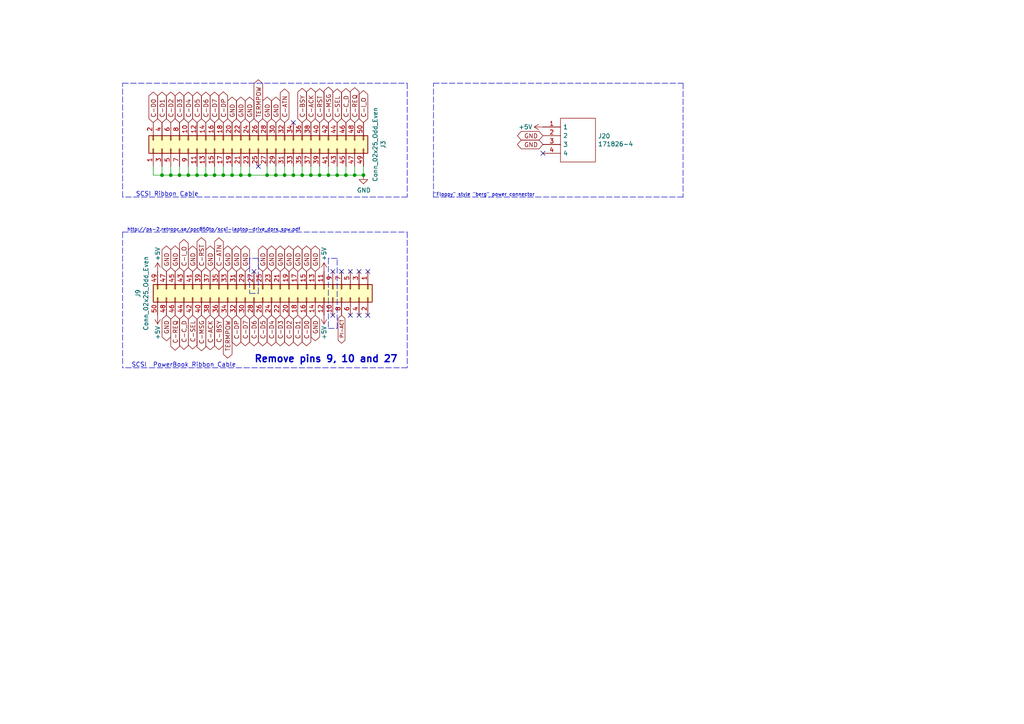
<source format=kicad_sch>
(kicad_sch (version 20211123) (generator eeschema)
  (paper "A4")
  (lib_symbols
    (symbol "Connector_Generic:Conn_02x25_Odd_Even" (pin_names (offset 1.016) hide)
      (property "Reference" "J" (at 1.27 33.02 0))
      (property "Value" "Conn_02x25_Odd_Even" (at 1.27 -33.02 0))
      (symbol "Conn_02x25_Odd_Even_1_1"
        (rectangle (start -1.27 -30.353) (end 0 -30.607) (stroke (width 0.1524)))
        (rectangle (start -1.27 -27.813) (end 0 -28.067) (stroke (width 0.1524)))
        (rectangle (start -1.27 -25.273) (end 0 -25.527) (stroke (width 0.1524)))
        (rectangle (start -1.27 -22.733) (end 0 -22.987) (stroke (width 0.1524)))
        (rectangle (start -1.27 -20.193) (end 0 -20.447) (stroke (width 0.1524)))
        (rectangle (start -1.27 -17.653) (end 0 -17.907) (stroke (width 0.1524)))
        (rectangle (start -1.27 -15.113) (end 0 -15.367) (stroke (width 0.1524)))
        (rectangle (start -1.27 -12.573) (end 0 -12.827) (stroke (width 0.1524)))
        (rectangle (start -1.27 -10.033) (end 0 -10.287) (stroke (width 0.1524)))
        (rectangle (start -1.27 -7.493) (end 0 -7.747) (stroke (width 0.1524)))
        (rectangle (start -1.27 -4.953) (end 0 -5.207) (stroke (width 0.1524)))
        (rectangle (start -1.27 -2.413) (end 0 -2.667) (stroke (width 0.1524)))
        (rectangle (start -1.27 0.127) (end 0 -0.127) (stroke (width 0.1524)))
        (rectangle (start -1.27 2.667) (end 0 2.413) (stroke (width 0.1524)))
        (rectangle (start -1.27 5.207) (end 0 4.953) (stroke (width 0.1524)))
        (rectangle (start -1.27 7.747) (end 0 7.493) (stroke (width 0.1524)))
        (rectangle (start -1.27 10.287) (end 0 10.033) (stroke (width 0.1524)))
        (rectangle (start -1.27 12.827) (end 0 12.573) (stroke (width 0.1524)))
        (rectangle (start -1.27 15.367) (end 0 15.113) (stroke (width 0.1524)))
        (rectangle (start -1.27 17.907) (end 0 17.653) (stroke (width 0.1524)))
        (rectangle (start -1.27 20.447) (end 0 20.193) (stroke (width 0.1524)))
        (rectangle (start -1.27 22.987) (end 0 22.733) (stroke (width 0.1524)))
        (rectangle (start -1.27 25.527) (end 0 25.273) (stroke (width 0.1524)))
        (rectangle (start -1.27 28.067) (end 0 27.813) (stroke (width 0.1524)))
        (rectangle (start -1.27 30.607) (end 0 30.353) (stroke (width 0.1524)))
        (rectangle (start -1.27 31.75) (end 3.81 -31.75) (stroke (width 0.254)) (fill (type background)))
        (rectangle (start 3.81 -30.353) (end 2.54 -30.607) (stroke (width 0.1524)))
        (rectangle (start 3.81 -27.813) (end 2.54 -28.067) (stroke (width 0.1524)))
        (rectangle (start 3.81 -25.273) (end 2.54 -25.527) (stroke (width 0.1524)))
        (rectangle (start 3.81 -22.733) (end 2.54 -22.987) (stroke (width 0.1524)))
        (rectangle (start 3.81 -20.193) (end 2.54 -20.447) (stroke (width 0.1524)))
        (rectangle (start 3.81 -17.653) (end 2.54 -17.907) (stroke (width 0.1524)))
        (rectangle (start 3.81 -15.113) (end 2.54 -15.367) (stroke (width 0.1524)))
        (rectangle (start 3.81 -12.573) (end 2.54 -12.827) (stroke (width 0.1524)))
        (rectangle (start 3.81 -10.033) (end 2.54 -10.287) (stroke (width 0.1524)))
        (rectangle (start 3.81 -7.493) (end 2.54 -7.747) (stroke (width 0.1524)))
        (rectangle (start 3.81 -4.953) (end 2.54 -5.207) (stroke (width 0.1524)))
        (rectangle (start 3.81 -2.413) (end 2.54 -2.667) (stroke (width 0.1524)))
        (rectangle (start 3.81 0.127) (end 2.54 -0.127) (stroke (width 0.1524)))
        (rectangle (start 3.81 2.667) (end 2.54 2.413) (stroke (width 0.1524)))
        (rectangle (start 3.81 5.207) (end 2.54 4.953) (stroke (width 0.1524)))
        (rectangle (start 3.81 7.747) (end 2.54 7.493) (stroke (width 0.1524)))
        (rectangle (start 3.81 10.287) (end 2.54 10.033) (stroke (width 0.1524)))
        (rectangle (start 3.81 12.827) (end 2.54 12.573) (stroke (width 0.1524)))
        (rectangle (start 3.81 15.367) (end 2.54 15.113) (stroke (width 0.1524)))
        (rectangle (start 3.81 17.907) (end 2.54 17.653) (stroke (width 0.1524)))
        (rectangle (start 3.81 20.447) (end 2.54 20.193) (stroke (width 0.1524)))
        (rectangle (start 3.81 22.987) (end 2.54 22.733) (stroke (width 0.1524)))
        (rectangle (start 3.81 25.527) (end 2.54 25.273) (stroke (width 0.1524)))
        (rectangle (start 3.81 28.067) (end 2.54 27.813) (stroke (width 0.1524)))
        (rectangle (start 3.81 30.607) (end 2.54 30.353) (stroke (width 0.1524)))
        (pin passive line (at -5.08 30.48 0) (length 3.81) (name "Pin_1") (number "1"))
        (pin passive line (at 7.62 20.32 180) (length 3.81) (name "Pin_10") (number "10"))
        (pin passive line (at -5.08 17.78 0) (length 3.81) (name "Pin_11") (number "11"))
        (pin passive line (at 7.62 17.78 180) (length 3.81) (name "Pin_12") (number "12"))
        (pin passive line (at -5.08 15.24 0) (length 3.81) (name "Pin_13") (number "13"))
        (pin passive line (at 7.62 15.24 180) (length 3.81) (name "Pin_14") (number "14"))
        (pin passive line (at -5.08 12.7 0) (length 3.81) (name "Pin_15") (number "15"))
        (pin passive line (at 7.62 12.7 180) (length 3.81) (name "Pin_16") (number "16"))
        (pin passive line (at -5.08 10.16 0) (length 3.81) (name "Pin_17") (number "17"))
        (pin passive line (at 7.62 10.16 180) (length 3.81) (name "Pin_18") (number "18"))
        (pin passive line (at -5.08 7.62 0) (length 3.81) (name "Pin_19") (number "19"))
        (pin passive line (at 7.62 30.48 180) (length 3.81) (name "Pin_2") (number "2"))
        (pin passive line (at 7.62 7.62 180) (length 3.81) (name "Pin_20") (number "20"))
        (pin passive line (at -5.08 5.08 0) (length 3.81) (name "Pin_21") (number "21"))
        (pin passive line (at 7.62 5.08 180) (length 3.81) (name "Pin_22") (number "22"))
        (pin passive line (at -5.08 2.54 0) (length 3.81) (name "Pin_23") (number "23"))
        (pin passive line (at 7.62 2.54 180) (length 3.81) (name "Pin_24") (number "24"))
        (pin passive line (at -5.08 0 0) (length 3.81) (name "Pin_25") (number "25"))
        (pin passive line (at 7.62 0 180) (length 3.81) (name "Pin_26") (number "26"))
        (pin passive line (at -5.08 -2.54 0) (length 3.81) (name "Pin_27") (number "27"))
        (pin passive line (at 7.62 -2.54 180) (length 3.81) (name "Pin_28") (number "28"))
        (pin passive line (at -5.08 -5.08 0) (length 3.81) (name "Pin_29") (number "29"))
        (pin passive line (at -5.08 27.94 0) (length 3.81) (name "Pin_3") (number "3"))
        (pin passive line (at 7.62 -5.08 180) (length 3.81) (name "Pin_30") (number "30"))
        (pin passive line (at -5.08 -7.62 0) (length 3.81) (name "Pin_31") (number "31"))
        (pin passive line (at 7.62 -7.62 180) (length 3.81) (name "Pin_32") (number "32"))
        (pin passive line (at -5.08 -10.16 0) (length 3.81) (name "Pin_33") (number "33"))
        (pin passive line (at 7.62 -10.16 180) (length 3.81) (name "Pin_34") (number "34"))
        (pin passive line (at -5.08 -12.7 0) (length 3.81) (name "Pin_35") (number "35"))
        (pin passive line (at 7.62 -12.7 180) (length 3.81) (name "Pin_36") (number "36"))
        (pin passive line (at -5.08 -15.24 0) (length 3.81) (name "Pin_37") (number "37"))
        (pin passive line (at 7.62 -15.24 180) (length 3.81) (name "Pin_38") (number "38"))
        (pin passive line (at -5.08 -17.78 0) (length 3.81) (name "Pin_39") (number "39"))
        (pin passive line (at 7.62 27.94 180) (length 3.81) (name "Pin_4") (number "4"))
        (pin passive line (at 7.62 -17.78 180) (length 3.81) (name "Pin_40") (number "40"))
        (pin passive line (at -5.08 -20.32 0) (length 3.81) (name "Pin_41") (number "41"))
        (pin passive line (at 7.62 -20.32 180) (length 3.81) (name "Pin_42") (number "42"))
        (pin passive line (at -5.08 -22.86 0) (length 3.81) (name "Pin_43") (number "43"))
        (pin passive line (at 7.62 -22.86 180) (length 3.81) (name "Pin_44") (number "44"))
        (pin passive line (at -5.08 -25.4 0) (length 3.81) (name "Pin_45") (number "45"))
        (pin passive line (at 7.62 -25.4 180) (length 3.81) (name "Pin_46") (number "46"))
        (pin passive line (at -5.08 -27.94 0) (length 3.81) (name "Pin_47") (number "47"))
        (pin passive line (at 7.62 -27.94 180) (length 3.81) (name "Pin_48") (number "48"))
        (pin passive line (at -5.08 -30.48 0) (length 3.81) (name "Pin_49") (number "49"))
        (pin passive line (at -5.08 25.4 0) (length 3.81) (name "Pin_5") (number "5"))
        (pin passive line (at 7.62 -30.48 180) (length 3.81) (name "Pin_50") (number "50"))
        (pin passive line (at 7.62 25.4 180) (length 3.81) (name "Pin_6") (number "6"))
        (pin passive line (at -5.08 22.86 0) (length 3.81) (name "Pin_7") (number "7"))
        (pin passive line (at 7.62 22.86 180) (length 3.81) (name "Pin_8") (number "8"))
        (pin passive line (at -5.08 20.32 0) (length 3.81) (name "Pin_9") (number "9"))
      )
    )
    (symbol "SamacSys_Parts:171826-4" (pin_names (offset 0.762))
      (property "Reference" "J" (at 16.51 7.62 0))
      (property "Value" "171826-4" (at 16.51 5.08 0))
      (symbol "171826-4_0_0"
        (pin passive line (at 0 0 0) (length 5.08) (name "1") (number "1"))
        (pin passive line (at 0 -2.54 0) (length 5.08) (name "2") (number "2"))
        (pin passive line (at 0 -5.08 0) (length 5.08) (name "3") (number "3"))
        (pin passive line (at 0 -7.62 0) (length 5.08) (name "4") (number "4"))
      )
      (symbol "171826-4_0_1"
        (polyline (pts (xy 5.08 2.54) (xy 15.24 2.54) (xy 15.24 -10.16) (xy 5.08 -10.16) (xy 5.08 2.54)) (stroke (width 0.1524)))
      )
    )
    (symbol "power:+5V" (power) (pin_names (offset 0))
      (property "Value" "+5V" (at 0 3.556 0))
      (symbol "+5V_0_1"
        (polyline (pts (xy -0.762 1.27) (xy 0 2.54)))
        (polyline (pts (xy 0 0) (xy 0 2.54)))
        (polyline (pts (xy 0 2.54) (xy 0.762 1.27)))
      )
      (symbol "+5V_1_1"
        (pin power_in line (at 0 0 90) (length 0) hide (name "+5V") (number "1"))
      )
    )
    (symbol "power:GND" (power) (pin_names (offset 0))
      (property "Value" "GND" (at 0 -3.81 0))
      (symbol "GND_0_1"
        (polyline (pts (xy 0 0) (xy 0 -1.27) (xy 1.27 -1.27) (xy 0 -2.54) (xy -1.27 -1.27) (xy 0 -1.27)))
      )
      (symbol "GND_1_1"
        (pin power_in line (at 0 0 270) (length 0) hide (name "GND") (number "1"))
      )
    )
  )
  (junction (at 100.33 50.8))
  (junction (at 77.47 50.8))
  (junction (at 64.77 50.8))
  (junction (at 97.79 50.8))
  (junction (at 72.39 50.8))
  (junction (at 85.09 50.8))
  (junction (at 69.85 50.8))
  (junction (at 59.69 50.8))
  (junction (at 102.87 50.8))
  (junction (at 82.55 50.8))
  (junction (at 67.31 50.8))
  (junction (at 95.25 50.8))
  (junction (at 62.23 50.8))
  (junction (at 80.01 50.8))
  (junction (at 46.99 50.8))
  (junction (at 87.63 50.8))
  (junction (at 90.17 50.8))
  (junction (at 57.15 50.8))
  (junction (at 49.53 50.8))
  (junction (at 52.07 50.8))
  (junction (at 105.41 50.8))
  (junction (at 92.71 50.8))
  (junction (at 54.61 50.8))
  (no_connect (at 74.93 48.26))
  (no_connect (at 73.66 78.74))
  (no_connect (at 106.68 91.44))
  (no_connect (at 96.52 78.74))
  (no_connect (at 104.14 78.74))
  (no_connect (at 85.09 35.56))
  (no_connect (at 104.14 91.44))
  (no_connect (at 106.68 78.74))
  (no_connect (at 96.52 91.44))
  (no_connect (at 157.48 44.45))
  (no_connect (at 101.6 78.74))
  (no_connect (at 99.06 78.74))
  (no_connect (at 101.6 91.44))
  (wire (pts (xy 87.63 50.8) (xy 87.63 48.26)))
  (wire (pts (xy 77.47 50.8) (xy 80.01 50.8)))
  (polyline (pts (xy 74.93 85.09) (xy 74.93 74.93)))
  (wire (pts (xy 95.25 50.8) (xy 97.79 50.8)))
  (wire (pts (xy 49.53 50.8) (xy 49.53 48.26)))
  (polyline (pts (xy 35.56 67.31) (xy 35.56 106.68)))
  (polyline (pts (xy 35.56 24.13) (xy 118.11 24.13)))
  (polyline (pts (xy 97.79 74.93) (xy 95.25 74.93)))
  (wire (pts (xy 59.69 50.8) (xy 62.23 50.8)))
  (polyline (pts (xy 97.79 95.25) (xy 97.79 74.93)))
  (wire (pts (xy 100.33 50.8) (xy 100.33 48.26)))
  (wire (pts (xy 44.45 50.8) (xy 46.99 50.8)))
  (polyline (pts (xy 35.56 57.15) (xy 35.56 24.13)))
  (wire (pts (xy 97.79 50.8) (xy 97.79 48.26)))
  (wire (pts (xy 52.07 50.8) (xy 52.07 48.26)))
  (wire (pts (xy 92.71 50.8) (xy 92.71 48.26)))
  (wire (pts (xy 87.63 50.8) (xy 90.17 50.8)))
  (polyline (pts (xy 198.12 57.15) (xy 125.73 57.15)))
  (wire (pts (xy 44.45 50.8) (xy 44.45 48.26)))
  (wire (pts (xy 77.47 50.8) (xy 77.47 48.26)))
  (wire (pts (xy 80.01 50.8) (xy 82.55 50.8)))
  (wire (pts (xy 49.53 50.8) (xy 52.07 50.8)))
  (wire (pts (xy 52.07 50.8) (xy 54.61 50.8)))
  (wire (pts (xy 90.17 50.8) (xy 92.71 50.8)))
  (wire (pts (xy 62.23 50.8) (xy 62.23 48.26)))
  (wire (pts (xy 72.39 50.8) (xy 77.47 50.8)))
  (wire (pts (xy 82.55 50.8) (xy 82.55 48.26)))
  (wire (pts (xy 80.01 50.8) (xy 80.01 48.26)))
  (polyline (pts (xy 72.39 85.09) (xy 74.93 85.09)))
  (wire (pts (xy 97.79 50.8) (xy 100.33 50.8)))
  (wire (pts (xy 102.87 50.8) (xy 102.87 48.26)))
  (wire (pts (xy 82.55 50.8) (xy 85.09 50.8)))
  (wire (pts (xy 46.99 50.8) (xy 49.53 50.8)))
  (wire (pts (xy 100.33 50.8) (xy 102.87 50.8)))
  (polyline (pts (xy 95.25 74.93) (xy 95.25 95.25)))
  (wire (pts (xy 105.41 50.8) (xy 105.41 48.26)))
  (wire (pts (xy 67.31 50.8) (xy 67.31 48.26)))
  (wire (pts (xy 57.15 50.8) (xy 57.15 48.26)))
  (wire (pts (xy 64.77 50.8) (xy 67.31 50.8)))
  (polyline (pts (xy 74.93 74.93) (xy 72.39 74.93)))
  (wire (pts (xy 85.09 50.8) (xy 85.09 48.26)))
  (wire (pts (xy 69.85 50.8) (xy 69.85 48.26)))
  (polyline (pts (xy 118.11 106.68) (xy 35.56 106.68)))
  (polyline (pts (xy 125.73 24.13) (xy 198.12 24.13)))
  (wire (pts (xy 85.09 50.8) (xy 87.63 50.8)))
  (wire (pts (xy 95.25 50.8) (xy 95.25 48.26)))
  (wire (pts (xy 102.87 50.8) (xy 105.41 50.8)))
  (polyline (pts (xy 95.25 95.25) (xy 97.79 95.25)))
  (wire (pts (xy 57.15 50.8) (xy 59.69 50.8)))
  (wire (pts (xy 72.39 50.8) (xy 72.39 48.26)))
  (wire (pts (xy 67.31 50.8) (xy 69.85 50.8)))
  (wire (pts (xy 64.77 50.8) (xy 64.77 48.26)))
  (polyline (pts (xy 118.11 24.13) (xy 118.11 57.15)))
  (polyline (pts (xy 125.73 57.15) (xy 125.73 24.13)))
  (polyline (pts (xy 118.11 57.15) (xy 35.56 57.15)))
  (wire (pts (xy 59.69 50.8) (xy 59.69 48.26)))
  (wire (pts (xy 54.61 50.8) (xy 57.15 50.8)))
  (polyline (pts (xy 118.11 67.31) (xy 118.11 106.68)))
  (wire (pts (xy 46.99 50.8) (xy 46.99 48.26)))
  (wire (pts (xy 62.23 50.8) (xy 64.77 50.8)))
  (wire (pts (xy 90.17 50.8) (xy 90.17 48.26)))
  (polyline (pts (xy 198.12 24.13) (xy 198.12 57.15)))
  (polyline (pts (xy 72.39 74.93) (xy 72.39 85.09)))
  (wire (pts (xy 92.71 50.8) (xy 95.25 50.8)))
  (wire (pts (xy 54.61 50.8) (xy 54.61 48.26)))
  (polyline (pts (xy 35.56 67.31) (xy 118.11 67.31)))
  (wire (pts (xy 69.85 50.8) (xy 72.39 50.8)))
  (text "Remove pins 9, 10 and 27" (at 73.66 105.41 0) (effects (font (size 2.0066 2.0066) (thickness 0.4013) bold) (justify left bottom)))
  (text "SCSI Ribbon Cable" (at 39.37 57.15 0) (effects (font (size 1.27 1.27)) (justify left bottom)))
  (text "\"Floppy\" style \"berg\" power connector" (at 125.73 57.15 0) (effects (font (size 0.9906 0.9906)) (justify left bottom)))
  (text "http://ps-2.retropc.se/ppc850tp/scsi-laptop-drive_dprs_spw.pdf" (at 36.83 67.31 0) (effects (font (size 0.9906 0.9906)) (justify left bottom)))
  (text "SCSI  PowerBook Ribbon Cable" (at 38.1 106.68 0) (effects (font (size 1.27 1.27)) (justify left bottom)))
  (global_label "GND" (shape bidirectional) (at 80.01 35.56 90) (property "Intersheet References" "${INTERSHEET_REFS}" (effects hide)))
  (global_label "C-REQ" (shape bidirectional) (at 50.8 91.44 270) (property "Intersheet References" "${INTERSHEET_REFS}" (effects hide)))
  (global_label "GND" (shape bidirectional) (at 48.26 78.74 90) (property "Intersheet References" "${INTERSHEET_REFS}" (effects hide)))
  (global_label "GND" (shape bidirectional) (at 83.82 78.74 90) (property "Intersheet References" "${INTERSHEET_REFS}" (effects hide)))
  (global_label "C-D3" (shape bidirectional) (at 52.07 35.56 90) (property "Intersheet References" "${INTERSHEET_REFS}" (effects hide)))
  (global_label "GND" (shape bidirectional) (at 91.44 78.74 90) (property "Intersheet References" "${INTERSHEET_REFS}" (effects hide)))
  (global_label "C-SEL" (shape bidirectional) (at 97.79 35.56 90) (property "Intersheet References" "${INTERSHEET_REFS}" (effects hide)))
  (global_label "C-I_O" (shape bidirectional) (at 105.41 35.56 90) (property "Intersheet References" "${INTERSHEET_REFS}" (effects hide)))
  (global_label "TERMPOW" (shape bidirectional) (at 74.93 35.56 90) (property "Intersheet References" "${INTERSHEET_REFS}" (effects hide)))
  (global_label "C-D0" (shape bidirectional) (at 44.45 35.56 90) (property "Intersheet References" "${INTERSHEET_REFS}" (effects hide)))
  (global_label "C-ATN" (shape bidirectional) (at 63.5 78.74 90) (property "Intersheet References" "${INTERSHEET_REFS}" (effects hide)))
  (global_label "C-D4" (shape bidirectional) (at 78.74 91.44 270) (property "Intersheet References" "${INTERSHEET_REFS}" (effects hide)))
  (global_label "C-D4" (shape bidirectional) (at 54.61 35.56 90) (property "Intersheet References" "${INTERSHEET_REFS}" (effects hide)))
  (global_label "TERMPOW" (shape bidirectional) (at 66.04 91.44 270) (property "Intersheet References" "${INTERSHEET_REFS}" (effects hide)))
  (global_label "C-C_D" (shape bidirectional) (at 53.34 91.44 270) (property "Intersheet References" "${INTERSHEET_REFS}" (effects hide)))
  (global_label "C-D6" (shape bidirectional) (at 59.69 35.56 90) (property "Intersheet References" "${INTERSHEET_REFS}" (effects hide)))
  (global_label "GND" (shape bidirectional) (at 157.48 39.37 180) (property "Intersheet References" "${INTERSHEET_REFS}" (effects hide)))
  (global_label "C-MSG" (shape bidirectional) (at 58.42 91.44 270) (property "Intersheet References" "${INTERSHEET_REFS}" (effects hide)))
  (global_label "GND" (shape bidirectional) (at 72.39 35.56 90) (property "Intersheet References" "${INTERSHEET_REFS}" (effects hide)))
  (global_label "C-D6" (shape bidirectional) (at 73.66 91.44 270) (property "Intersheet References" "${INTERSHEET_REFS}" (effects hide)))
  (global_label "GND" (shape bidirectional) (at 78.74 78.74 90) (property "Intersheet References" "${INTERSHEET_REFS}" (effects hide)))
  (global_label "GND" (shape bidirectional) (at 60.96 78.74 90) (property "Intersheet References" "${INTERSHEET_REFS}" (effects hide)))
  (global_label "C-D1" (shape bidirectional) (at 46.99 35.56 90) (property "Intersheet References" "${INTERSHEET_REFS}" (effects hide)))
  (global_label "GND" (shape bidirectional) (at 66.04 78.74 90) (property "Intersheet References" "${INTERSHEET_REFS}" (effects hide)))
  (global_label "GND" (shape bidirectional) (at 86.36 78.74 90) (property "Intersheet References" "${INTERSHEET_REFS}" (effects hide)))
  (global_label "C-DP" (shape bidirectional) (at 68.58 91.44 270) (property "Intersheet References" "${INTERSHEET_REFS}" (effects hide)))
  (global_label "C-ACK" (shape bidirectional) (at 60.96 91.44 270) (property "Intersheet References" "${INTERSHEET_REFS}" (effects hide)))
  (global_label "C-BSY" (shape bidirectional) (at 87.63 35.56 90) (property "Intersheet References" "${INTERSHEET_REFS}" (effects hide)))
  (global_label "GND" (shape bidirectional) (at 50.8 78.74 90) (property "Intersheet References" "${INTERSHEET_REFS}" (effects hide)))
  (global_label "C-RST" (shape bidirectional) (at 58.42 78.74 90) (property "Intersheet References" "${INTERSHEET_REFS}" (effects hide)))
  (global_label "C-I_O" (shape bidirectional) (at 53.34 78.74 90) (property "Intersheet References" "${INTERSHEET_REFS}" (effects hide)))
  (global_label "C-SEL" (shape bidirectional) (at 55.88 91.44 270) (property "Intersheet References" "${INTERSHEET_REFS}" (effects hide)))
  (global_label "C-ATN" (shape bidirectional) (at 82.55 35.56 90) (property "Intersheet References" "${INTERSHEET_REFS}" (effects hide)))
  (global_label "C-D1" (shape bidirectional) (at 86.36 91.44 270) (property "Intersheet References" "${INTERSHEET_REFS}" (effects hide)))
  (global_label "C-ACK" (shape bidirectional) (at 90.17 35.56 90) (property "Intersheet References" "${INTERSHEET_REFS}" (effects hide)))
  (global_label "C-DP" (shape bidirectional) (at 64.77 35.56 90) (property "Intersheet References" "${INTERSHEET_REFS}" (effects hide)))
  (global_label "GND" (shape bidirectional) (at 77.47 35.56 90) (property "Intersheet References" "${INTERSHEET_REFS}" (effects hide)))
  (global_label "C-RST" (shape bidirectional) (at 92.71 35.56 90) (property "Intersheet References" "${INTERSHEET_REFS}" (effects hide)))
  (global_label "C-D7" (shape bidirectional) (at 62.23 35.56 90) (property "Intersheet References" "${INTERSHEET_REFS}" (effects hide)))
  (global_label "C-REQ" (shape bidirectional) (at 102.87 35.56 90) (property "Intersheet References" "${INTERSHEET_REFS}" (effects hide)))
  (global_label "C-D5" (shape bidirectional) (at 76.2 91.44 270) (property "Intersheet References" "${INTERSHEET_REFS}" (effects hide)))
  (global_label "C-C_D" (shape bidirectional) (at 100.33 35.56 90) (property "Intersheet References" "${INTERSHEET_REFS}" (effects hide)))
  (global_label "C-BSY" (shape bidirectional) (at 63.5 91.44 270) (property "Intersheet References" "${INTERSHEET_REFS}" (effects hide)))
  (global_label "C-D2" (shape bidirectional) (at 83.82 91.44 270) (property "Intersheet References" "${INTERSHEET_REFS}" (effects hide)))
  (global_label "GND" (shape bidirectional) (at 69.85 35.56 90) (property "Intersheet References" "${INTERSHEET_REFS}" (effects hide)))
  (global_label "C-MSG" (shape bidirectional) (at 95.25 35.56 90) (property "Intersheet References" "${INTERSHEET_REFS}" (effects hide)))
  (global_label "C-D0" (shape bidirectional) (at 88.9 91.44 270) (property "Intersheet References" "${INTERSHEET_REFS}" (effects hide)))
  (global_label "GND" (shape bidirectional) (at 68.58 78.74 90) (property "Intersheet References" "${INTERSHEET_REFS}" (effects hide)))
  (global_label "GND" (shape bidirectional) (at 88.9 78.74 90) (property "Intersheet References" "${INTERSHEET_REFS}" (effects hide)))
  (global_label "GND" (shape bidirectional) (at 48.26 91.44 270) (property "Intersheet References" "${INTERSHEET_REFS}" (effects hide)))
  (global_label "GND" (shape bidirectional) (at 76.2 78.74 90) (property "Intersheet References" "${INTERSHEET_REFS}" (effects hide)))
  (global_label "GND" (shape bidirectional) (at 67.31 35.56 90) (property "Intersheet References" "${INTERSHEET_REFS}" (effects hide)))
  (global_label "PI-ACT" (shape bidirectional) (at 99.06 91.44 270) (effects (font (size 1 1))) (property "Intersheet References" "${INTERSHEET_REFS}" (effects hide)))
  (global_label "C-D2" (shape bidirectional) (at 49.53 35.56 90) (property "Intersheet References" "${INTERSHEET_REFS}" (effects hide)))
  (global_label "C-D5" (shape bidirectional) (at 57.15 35.56 90) (property "Intersheet References" "${INTERSHEET_REFS}" (effects hide)))
  (global_label "GND" (shape bidirectional) (at 91.44 91.44 270) (property "Intersheet References" "${INTERSHEET_REFS}" (effects hide)))
  (global_label "GND" (shape bidirectional) (at 71.12 78.74 90) (property "Intersheet References" "${INTERSHEET_REFS}" (effects hide)))
  (global_label "C-D7" (shape bidirectional) (at 71.12 91.44 270) (property "Intersheet References" "${INTERSHEET_REFS}" (effects hide)))
  (global_label "GND" (shape bidirectional) (at 55.88 78.74 90) (property "Intersheet References" "${INTERSHEET_REFS}" (effects hide)))
  (global_label "C-D3" (shape bidirectional) (at 81.28 91.44 270) (property "Intersheet References" "${INTERSHEET_REFS}" (effects hide)))
  (global_label "GND" (shape bidirectional) (at 157.48 41.91 180) (property "Intersheet References" "${INTERSHEET_REFS}" (effects hide)))
  (global_label "GND" (shape bidirectional) (at 81.28 78.74 90) (property "Intersheet References" "${INTERSHEET_REFS}" (effects hide)))
  (symbol (lib_id "power:+5V") (at 93.98 78.74 0) (unit 1)
    (property "Reference" "#PWR0101" (effects hide))
    (property "Value" "+5V" (at 93.98 73.66 90))
  )
  (symbol (lib_id "power:+5V") (at 93.98 91.44 180) (unit 1)
    (property "Reference" "#PWR0102" (effects hide))
    (property "Value" "+5V" (at 93.98 96.52 90))
  )
  (symbol (lib_id "power:+5V") (at 45.72 78.74 0) (unit 1)
    (property "Reference" "#PWR0103" (effects hide))
    (property "Value" "+5V" (at 45.72 73.66 90))
  )
  (symbol (lib_id "power:+5V") (at 45.72 91.44 180) (unit 1)
    (property "Reference" "#PWR0104" (effects hide))
    (property "Value" "+5V" (at 45.72 96.52 90))
  )
  (symbol (lib_id "Connector_Generic:Conn_02x25_Odd_Even") (at 74.93 43.18 90) (unit 1)
    (property "Reference" "J3" (at 111.125 41.91 0))
    (property "Value" "Conn_02x25_Odd_Even" (at 108.8136 41.91 0))
    (property "Footprint" "Connector_PinHeader_2.54mm:PinHeader_2x25_P2.54mm_Vertical" (effects hide))
    (property "Datasheet" "https://datasheet.lcsc.com/szlcsc/1810221914_BOOMELE-Boom-Precision-Elec-C30006_C30006.pdf" (effects hide))
    (property "LCSC" "C30006" (effects hide))
    (property "Description" "Header 50 0.100\"(2.54mm) 2 2.54MM IDC Connectors RoHS" (effects hide))
    (property "Manufacturer_Name" "BOOMELE(Boom Precision Elec)" (effects hide))
    (property "Manufacturer_Part_Number" "C30006" (effects hide))
  )
  (symbol (lib_id "power:GND") (at 105.41 50.8 0) (unit 1)
    (property "Reference" "#PWR015" (effects hide))
    (property "Value" "GND" (at 105.537 55.1942 0))
  )
  (symbol (lib_id "Connector_Generic:Conn_02x25_Odd_Even") (at 76.2 83.82 270) (unit 1)
    (property "Reference" "J9" (at 40.005 85.09 0))
    (property "Value" "Conn_02x25_Odd_Even" (at 42.3164 85.09 0))
    (property "Footprint" "Connector_PinHeader_2.00mm:PinHeader_2x25_P2.00mm_Horizontal" (effects hide))
    (property "Datasheet" "https://datasheet.lcsc.com/szlcsc/1811151534_BOOMELE-Boom-Precision-Elec-C3407_C3407.pdf" (effects hide))
    (property "LCSC" "C3407" (effects hide))
    (property "Description" "CUT DOWN TO 50 PIN - Pin Header 80 2 right-angle，90degrees 2.00mm Through Hole Pin Header" (effects hide))
    (property "Manufacturer_Name" "BOOMELE(Boom Precision Elec)" (effects hide))
    (property "Manufacturer_Part_Number" "C3407" (effects hide))
  )
  (symbol (lib_id "SamacSys_Parts:171826-4") (at 157.48 36.83 0) (unit 1)
    (property "Reference" "J20" (at 173.4312 39.4716 0) (effects (justify left)))
    (property "Value" "171826-4" (at 173.4312 41.783 0) (effects (justify left)))
    (property "Footprint" "Connector_PinHeader_2.54mm:PinHeader_1x04_P2.54mm_Vertical" (effects hide))
    (property "Datasheet" "https://componentsearchengine.com/Datasheets/2/171826-4.pdf" (effects hide))
    (property "Description" "Headers & Wire Housings 4P HDR R/A" (effects hide))
    (property "Height" "6.7" (effects hide))
    (property "Manufacturer_Name" "TE Connectivity" (effects hide))
    (property "Manufacturer_Part_Number" "171826-4" (effects hide))
  )
  (symbol (lib_id "power:+5V") (at 157.48 36.83 90) (unit 1)
    (property "Reference" "#PWR053" (effects hide))
    (property "Value" "+5V" (at 152.4 36.83 90))
  )
)
</source>
